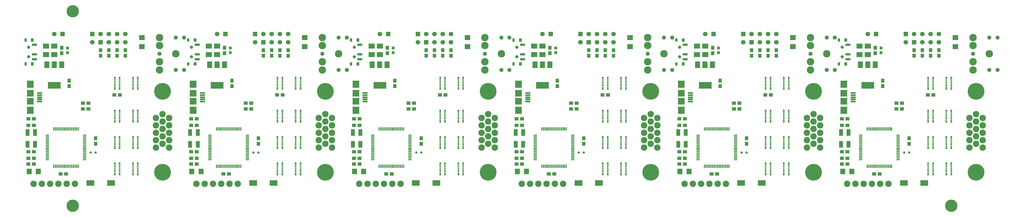
<source format=gts>
G75*
G70*
%OFA0B0*%
%FSLAX25Y25*%
%IPPOS*%
%LPD*%
%AMOC8*
5,1,8,0,0,1.08239X$1,22.5*
%
%ADD10R,0.06300X0.08300*%
%ADD14R,0.06700X0.05910*%
%ADD15C,0.02760*%
%ADD19C,0.05120*%
%ADD22R,0.04730X0.07880*%
%ADD23R,0.07490X0.05910*%
%ADD28R,0.03550X0.04340*%
%ADD34R,0.06310X0.03160*%
%ADD36R,0.02760X0.04340*%
%ADD37R,0.02370X0.01380*%
%ADD38R,0.04340X0.04730*%
%ADD39C,0.09000*%
%ADD42R,0.05550X0.05550*%
%ADD44R,0.07880X0.09060*%
%ADD50C,0.03940*%
%ADD51C,0.05550*%
%ADD53R,0.02370X0.01900*%
%ADD54R,0.04730X0.04340*%
%ADD55R,0.01270X0.04340*%
%ADD65R,0.09460X0.06700*%
%ADD67R,0.03550X0.03550*%
%ADD70C,0.20400*%
%ADD71R,0.05910X0.06700*%
%ADD74R,0.15400X0.08300*%
%ADD76C,0.07800*%
%ADD82R,0.05910X0.01970*%
%ADD85R,0.07880X0.08270*%
%ADD86R,0.04340X0.01270*%
%ADD88C,0.15000*%
X0010000Y0010000D02*
G75*
%LPD*%
D76*
X0022000Y0017000D03*
X0032000Y0017000D03*
X0042000Y0017000D03*
X0052000Y0017000D03*
X0062000Y0017000D03*
X0072000Y0017000D03*
X0170000Y0060940D03*
X0170000Y0069960D03*
X0178000Y0074450D03*
X0186000Y0069960D03*
X0178000Y0065430D03*
X0186000Y0060940D03*
X0186000Y0078980D03*
X0178000Y0083460D03*
X0186000Y0087990D03*
X0178000Y0092480D03*
X0186000Y0097010D03*
X0178000Y0101500D03*
X0170000Y0097010D03*
X0170000Y0087990D03*
X0170000Y0078980D03*
D70*
X0178000Y0030790D03*
X0178000Y0129210D03*
D14*
X0153000Y0183490D03*
X0153000Y0194510D03*
D39*
X0174320Y0194690D03*
X0174320Y0184840D03*
X0194000Y0175000D03*
X0174320Y0165160D03*
X0174320Y0155310D03*
D19*
X0194000Y0155310D03*
X0203850Y0155310D03*
X0174320Y0175000D03*
X0194000Y0194690D03*
X0203850Y0194690D03*
D38*
X0133000Y0179350D03*
X0133000Y0172650D03*
X0123000Y0172650D03*
X0123000Y0179350D03*
X0113000Y0179350D03*
X0113000Y0172650D03*
X0103000Y0172650D03*
X0103000Y0179350D03*
X0056000Y0182350D03*
X0056000Y0175650D03*
X0065000Y0142350D03*
X0065000Y0135650D03*
X0097000Y0072350D03*
X0097000Y0065650D03*
D67*
X0063000Y0176050D03*
X0063000Y0181950D03*
D10*
X0055900Y0161400D03*
X0046900Y0161400D03*
X0037900Y0161400D03*
D74*
X0047000Y0136600D03*
D23*
X0047000Y0173880D03*
X0037000Y0173880D03*
X0037000Y0184120D03*
X0047000Y0184120D03*
D42*
X0057000Y0199000D03*
X0093000Y0199000D03*
X0103000Y0189000D03*
D51*
X0093000Y0189000D03*
X0103000Y0199000D03*
X0113000Y0199000D03*
X0123000Y0199000D03*
X0133000Y0199000D03*
X0133000Y0189000D03*
X0123000Y0189000D03*
X0113000Y0189000D03*
X0047000Y0199000D03*
D86*
X0038370Y0075760D03*
X0038370Y0073800D03*
X0038370Y0071830D03*
X0038370Y0069860D03*
X0038370Y0067890D03*
X0038370Y0065920D03*
X0038370Y0063950D03*
X0038370Y0061980D03*
X0038370Y0060020D03*
X0038370Y0058050D03*
X0038370Y0056080D03*
X0038370Y0054110D03*
X0038370Y0052140D03*
X0038370Y0050170D03*
X0038370Y0048200D03*
X0038370Y0046240D03*
X0083640Y0046240D03*
X0083640Y0048200D03*
X0083640Y0050170D03*
X0083640Y0052140D03*
X0083640Y0054110D03*
X0083640Y0056080D03*
X0083640Y0058050D03*
X0083640Y0060020D03*
X0083640Y0061980D03*
X0083640Y0063950D03*
X0083640Y0065920D03*
X0083640Y0067890D03*
X0083640Y0069860D03*
X0083640Y0071830D03*
X0083640Y0073800D03*
X0083640Y0075760D03*
D55*
X0075770Y0083640D03*
X0073800Y0083640D03*
X0071830Y0083640D03*
X0069860Y0083640D03*
X0067890Y0083640D03*
X0065920Y0083640D03*
X0063960Y0083640D03*
X0061990Y0083640D03*
X0060020Y0083640D03*
X0058050Y0083640D03*
X0056080Y0083640D03*
X0054110Y0083640D03*
X0052150Y0083640D03*
X0050180Y0083640D03*
X0048210Y0083640D03*
X0046240Y0083640D03*
X0046240Y0038360D03*
X0048210Y0038360D03*
X0050180Y0038360D03*
X0052150Y0038360D03*
X0054110Y0038360D03*
X0056080Y0038360D03*
X0058050Y0038360D03*
X0060020Y0038360D03*
X0061990Y0038360D03*
X0063960Y0038360D03*
X0065920Y0038360D03*
X0067890Y0038360D03*
X0069860Y0038360D03*
X0071830Y0038360D03*
X0073800Y0038360D03*
X0075770Y0038360D03*
D54*
X0061350Y0029000D03*
X0054660Y0029000D03*
X0022350Y0041000D03*
X0015660Y0041000D03*
X0015660Y0048000D03*
X0022350Y0048000D03*
X0022350Y0056000D03*
X0015660Y0056000D03*
X0015660Y0088000D03*
X0022350Y0088000D03*
X0022350Y0096000D03*
X0015660Y0096000D03*
X0081660Y0108000D03*
X0088350Y0108000D03*
X0088350Y0115000D03*
X0081660Y0115000D03*
X0119660Y0125000D03*
X0126350Y0125000D03*
D82*
X0029220Y0124560D03*
X0029220Y0127120D03*
X0029220Y0122000D03*
X0029220Y0119440D03*
X0029220Y0116880D03*
D85*
X0018000Y0117080D03*
X0018000Y0126920D03*
D44*
X0018000Y0137750D03*
X0018000Y0106250D03*
D71*
X0016490Y0032000D03*
X0027520Y0032000D03*
D34*
X0022890Y0168140D03*
X0022890Y0174050D03*
X0022890Y0185860D03*
D36*
X0012070Y0191370D03*
X0012070Y0162630D03*
D28*
X0020330Y0162630D03*
X0020330Y0191370D03*
D50*
X0016000Y0182910D03*
X0016000Y0171090D03*
D53*
X0120050Y0145890D03*
X0125960Y0145890D03*
X0125960Y0132110D03*
X0120050Y0132110D03*
X0142050Y0132110D03*
X0147960Y0132110D03*
X0147960Y0145890D03*
X0142050Y0145890D03*
X0142050Y0105890D03*
X0147960Y0105890D03*
X0147960Y0092110D03*
X0142050Y0092110D03*
X0125960Y0092110D03*
X0120050Y0092110D03*
X0120050Y0105890D03*
X0125960Y0105890D03*
X0125960Y0073890D03*
X0120050Y0073890D03*
X0120050Y0060110D03*
X0125960Y0060110D03*
X0142050Y0060110D03*
X0147960Y0060110D03*
X0147960Y0073890D03*
X0142050Y0073890D03*
X0142050Y0041890D03*
X0147960Y0041890D03*
X0147960Y0028110D03*
X0142050Y0028110D03*
X0125960Y0028110D03*
X0120050Y0028110D03*
X0120050Y0041890D03*
X0125960Y0041890D03*
D37*
X0125960Y0039920D03*
X0125960Y0037950D03*
X0125960Y0035980D03*
X0125960Y0034020D03*
X0125960Y0032050D03*
X0125960Y0030080D03*
X0120050Y0030080D03*
X0120050Y0032050D03*
X0120050Y0034020D03*
X0120050Y0035980D03*
X0120050Y0037950D03*
X0120050Y0039920D03*
X0142050Y0039920D03*
X0142050Y0037950D03*
X0142050Y0035980D03*
X0142050Y0034020D03*
X0142050Y0032050D03*
X0142050Y0030080D03*
X0147960Y0030080D03*
X0147960Y0032050D03*
X0147960Y0034020D03*
X0147960Y0035980D03*
X0147960Y0037950D03*
X0147960Y0039920D03*
X0147960Y0062080D03*
X0147960Y0064050D03*
X0147960Y0066020D03*
X0147960Y0067980D03*
X0147960Y0069950D03*
X0147960Y0071920D03*
X0142050Y0071920D03*
X0142050Y0069950D03*
X0142050Y0067980D03*
X0142050Y0066020D03*
X0142050Y0064050D03*
X0142050Y0062080D03*
X0125960Y0062080D03*
X0125960Y0064050D03*
X0125960Y0066020D03*
X0125960Y0067980D03*
X0125960Y0069950D03*
X0125960Y0071920D03*
X0120050Y0071920D03*
X0120050Y0069950D03*
X0120050Y0067980D03*
X0120050Y0066020D03*
X0120050Y0064050D03*
X0120050Y0062080D03*
X0120050Y0094080D03*
X0120050Y0096050D03*
X0120050Y0098020D03*
X0120050Y0099980D03*
X0120050Y0101950D03*
X0120050Y0103920D03*
X0125960Y0103920D03*
X0125960Y0101950D03*
X0125960Y0099980D03*
X0125960Y0098020D03*
X0125960Y0096050D03*
X0125960Y0094080D03*
X0142050Y0094080D03*
X0142050Y0096050D03*
X0142050Y0098020D03*
X0142050Y0099980D03*
X0142050Y0101950D03*
X0142050Y0103920D03*
X0147960Y0103920D03*
X0147960Y0101950D03*
X0147960Y0099980D03*
X0147960Y0098020D03*
X0147960Y0096050D03*
X0147960Y0094080D03*
X0147960Y0134080D03*
X0147960Y0136050D03*
X0147960Y0138020D03*
X0147960Y0139980D03*
X0147960Y0141950D03*
X0147960Y0143920D03*
X0142050Y0143920D03*
X0142050Y0141950D03*
X0142050Y0139980D03*
X0142050Y0138020D03*
X0142050Y0136050D03*
X0142050Y0134080D03*
X0125960Y0134080D03*
X0125960Y0136050D03*
X0125960Y0138020D03*
X0125960Y0139980D03*
X0125960Y0141950D03*
X0125960Y0143920D03*
X0120050Y0143920D03*
X0120050Y0141950D03*
X0120050Y0139980D03*
X0120050Y0138020D03*
X0120050Y0136050D03*
X0120050Y0134080D03*
D22*
X0023530Y0079280D03*
X0014480Y0079280D03*
X0014480Y0064720D03*
X0023530Y0064720D03*
D15*
X0091000Y0055000D03*
X0097000Y0055000D03*
D65*
X0090600Y0018000D03*
X0115410Y0018000D03*
X0206850Y0010000D02*
G75*
%LPD*%
D76*
X0218850Y0017000D03*
X0228850Y0017000D03*
X0238850Y0017000D03*
X0248850Y0017000D03*
X0258850Y0017000D03*
X0268850Y0017000D03*
X0366850Y0060940D03*
X0366850Y0069960D03*
X0374850Y0074450D03*
X0382850Y0069960D03*
X0374850Y0065430D03*
X0382850Y0060940D03*
X0382850Y0078980D03*
X0374850Y0083460D03*
X0382850Y0087990D03*
X0374850Y0092480D03*
X0382850Y0097010D03*
X0374850Y0101500D03*
X0366850Y0097010D03*
X0366850Y0087990D03*
X0366850Y0078980D03*
D70*
X0374850Y0030790D03*
X0374850Y0129210D03*
D14*
X0349850Y0183490D03*
X0349850Y0194510D03*
D39*
X0371170Y0194690D03*
X0371170Y0184840D03*
X0390850Y0175000D03*
X0371170Y0165160D03*
X0371170Y0155310D03*
D19*
X0390850Y0155310D03*
X0400700Y0155310D03*
X0371170Y0175000D03*
X0390850Y0194690D03*
X0400700Y0194690D03*
D38*
X0329850Y0179350D03*
X0329850Y0172650D03*
X0319850Y0172650D03*
X0319850Y0179350D03*
X0309850Y0179350D03*
X0309850Y0172650D03*
X0299850Y0172650D03*
X0299850Y0179350D03*
X0252850Y0182350D03*
X0252850Y0175650D03*
X0261850Y0142350D03*
X0261850Y0135650D03*
X0293850Y0072350D03*
X0293850Y0065650D03*
D67*
X0259850Y0176050D03*
X0259850Y0181950D03*
D10*
X0252750Y0161400D03*
X0243750Y0161400D03*
X0234750Y0161400D03*
D74*
X0243850Y0136600D03*
D23*
X0243850Y0173880D03*
X0233850Y0173880D03*
X0233850Y0184120D03*
X0243850Y0184120D03*
D42*
X0253850Y0199000D03*
X0289850Y0199000D03*
X0299850Y0189000D03*
D51*
X0289850Y0189000D03*
X0299850Y0199000D03*
X0309850Y0199000D03*
X0319850Y0199000D03*
X0329850Y0199000D03*
X0329850Y0189000D03*
X0319850Y0189000D03*
X0309850Y0189000D03*
X0243850Y0199000D03*
D86*
X0235220Y0075760D03*
X0235220Y0073800D03*
X0235220Y0071830D03*
X0235220Y0069860D03*
X0235220Y0067890D03*
X0235220Y0065920D03*
X0235220Y0063950D03*
X0235220Y0061980D03*
X0235220Y0060020D03*
X0235220Y0058050D03*
X0235220Y0056080D03*
X0235220Y0054110D03*
X0235220Y0052140D03*
X0235220Y0050170D03*
X0235220Y0048200D03*
X0235220Y0046240D03*
X0280490Y0046240D03*
X0280490Y0048200D03*
X0280490Y0050170D03*
X0280490Y0052140D03*
X0280490Y0054110D03*
X0280490Y0056080D03*
X0280490Y0058050D03*
X0280490Y0060020D03*
X0280490Y0061980D03*
X0280490Y0063950D03*
X0280490Y0065920D03*
X0280490Y0067890D03*
X0280490Y0069860D03*
X0280490Y0071830D03*
X0280490Y0073800D03*
X0280490Y0075760D03*
D55*
X0272620Y0083640D03*
X0270650Y0083640D03*
X0268680Y0083640D03*
X0266710Y0083640D03*
X0264740Y0083640D03*
X0262770Y0083640D03*
X0260810Y0083640D03*
X0258840Y0083640D03*
X0256870Y0083640D03*
X0254900Y0083640D03*
X0252930Y0083640D03*
X0250960Y0083640D03*
X0249000Y0083640D03*
X0247030Y0083640D03*
X0245060Y0083640D03*
X0243090Y0083640D03*
X0243090Y0038360D03*
X0245060Y0038360D03*
X0247030Y0038360D03*
X0249000Y0038360D03*
X0250960Y0038360D03*
X0252930Y0038360D03*
X0254900Y0038360D03*
X0256870Y0038360D03*
X0258840Y0038360D03*
X0260810Y0038360D03*
X0262770Y0038360D03*
X0264740Y0038360D03*
X0266710Y0038360D03*
X0268680Y0038360D03*
X0270650Y0038360D03*
X0272620Y0038360D03*
D54*
X0258200Y0029000D03*
X0251510Y0029000D03*
X0219200Y0041000D03*
X0212510Y0041000D03*
X0212510Y0048000D03*
X0219200Y0048000D03*
X0219200Y0056000D03*
X0212510Y0056000D03*
X0212510Y0088000D03*
X0219200Y0088000D03*
X0219200Y0096000D03*
X0212510Y0096000D03*
X0278510Y0108000D03*
X0285200Y0108000D03*
X0285200Y0115000D03*
X0278510Y0115000D03*
X0316510Y0125000D03*
X0323200Y0125000D03*
D82*
X0226070Y0124560D03*
X0226070Y0127120D03*
X0226070Y0122000D03*
X0226070Y0119440D03*
X0226070Y0116880D03*
D85*
X0214850Y0117080D03*
X0214850Y0126920D03*
D44*
X0214850Y0137750D03*
X0214850Y0106250D03*
D71*
X0213340Y0032000D03*
X0224370Y0032000D03*
D34*
X0219740Y0168140D03*
X0219740Y0174050D03*
X0219740Y0185860D03*
D36*
X0208920Y0191370D03*
X0208920Y0162630D03*
D28*
X0217180Y0162630D03*
X0217180Y0191370D03*
D50*
X0212850Y0182910D03*
X0212850Y0171090D03*
D53*
X0316900Y0145890D03*
X0322810Y0145890D03*
X0322810Y0132110D03*
X0316900Y0132110D03*
X0338900Y0132110D03*
X0344810Y0132110D03*
X0344810Y0145890D03*
X0338900Y0145890D03*
X0338900Y0105890D03*
X0344810Y0105890D03*
X0344810Y0092110D03*
X0338900Y0092110D03*
X0322810Y0092110D03*
X0316900Y0092110D03*
X0316900Y0105890D03*
X0322810Y0105890D03*
X0322810Y0073890D03*
X0316900Y0073890D03*
X0316900Y0060110D03*
X0322810Y0060110D03*
X0338900Y0060110D03*
X0344810Y0060110D03*
X0344810Y0073890D03*
X0338900Y0073890D03*
X0338900Y0041890D03*
X0344810Y0041890D03*
X0344810Y0028110D03*
X0338900Y0028110D03*
X0322810Y0028110D03*
X0316900Y0028110D03*
X0316900Y0041890D03*
X0322810Y0041890D03*
D37*
X0322810Y0039920D03*
X0322810Y0037950D03*
X0322810Y0035980D03*
X0322810Y0034020D03*
X0322810Y0032050D03*
X0322810Y0030080D03*
X0316900Y0030080D03*
X0316900Y0032050D03*
X0316900Y0034020D03*
X0316900Y0035980D03*
X0316900Y0037950D03*
X0316900Y0039920D03*
X0338900Y0039920D03*
X0338900Y0037950D03*
X0338900Y0035980D03*
X0338900Y0034020D03*
X0338900Y0032050D03*
X0338900Y0030080D03*
X0344810Y0030080D03*
X0344810Y0032050D03*
X0344810Y0034020D03*
X0344810Y0035980D03*
X0344810Y0037950D03*
X0344810Y0039920D03*
X0344810Y0062080D03*
X0344810Y0064050D03*
X0344810Y0066020D03*
X0344810Y0067980D03*
X0344810Y0069950D03*
X0344810Y0071920D03*
X0338900Y0071920D03*
X0338900Y0069950D03*
X0338900Y0067980D03*
X0338900Y0066020D03*
X0338900Y0064050D03*
X0338900Y0062080D03*
X0322810Y0062080D03*
X0322810Y0064050D03*
X0322810Y0066020D03*
X0322810Y0067980D03*
X0322810Y0069950D03*
X0322810Y0071920D03*
X0316900Y0071920D03*
X0316900Y0069950D03*
X0316900Y0067980D03*
X0316900Y0066020D03*
X0316900Y0064050D03*
X0316900Y0062080D03*
X0316900Y0094080D03*
X0316900Y0096050D03*
X0316900Y0098020D03*
X0316900Y0099980D03*
X0316900Y0101950D03*
X0316900Y0103920D03*
X0322810Y0103920D03*
X0322810Y0101950D03*
X0322810Y0099980D03*
X0322810Y0098020D03*
X0322810Y0096050D03*
X0322810Y0094080D03*
X0338900Y0094080D03*
X0338900Y0096050D03*
X0338900Y0098020D03*
X0338900Y0099980D03*
X0338900Y0101950D03*
X0338900Y0103920D03*
X0344810Y0103920D03*
X0344810Y0101950D03*
X0344810Y0099980D03*
X0344810Y0098020D03*
X0344810Y0096050D03*
X0344810Y0094080D03*
X0344810Y0134080D03*
X0344810Y0136050D03*
X0344810Y0138020D03*
X0344810Y0139980D03*
X0344810Y0141950D03*
X0344810Y0143920D03*
X0338900Y0143920D03*
X0338900Y0141950D03*
X0338900Y0139980D03*
X0338900Y0138020D03*
X0338900Y0136050D03*
X0338900Y0134080D03*
X0322810Y0134080D03*
X0322810Y0136050D03*
X0322810Y0138020D03*
X0322810Y0139980D03*
X0322810Y0141950D03*
X0322810Y0143920D03*
X0316900Y0143920D03*
X0316900Y0141950D03*
X0316900Y0139980D03*
X0316900Y0138020D03*
X0316900Y0136050D03*
X0316900Y0134080D03*
D22*
X0220380Y0079280D03*
X0211330Y0079280D03*
X0211330Y0064720D03*
X0220380Y0064720D03*
D15*
X0287850Y0055000D03*
X0293850Y0055000D03*
D65*
X0287450Y0018000D03*
X0312260Y0018000D03*
X0403700Y0010000D02*
G75*
%LPD*%
D76*
X0415700Y0017000D03*
X0425700Y0017000D03*
X0435700Y0017000D03*
X0445700Y0017000D03*
X0455700Y0017000D03*
X0465700Y0017000D03*
X0563700Y0060940D03*
X0563700Y0069960D03*
X0571700Y0074450D03*
X0579700Y0069960D03*
X0571700Y0065430D03*
X0579700Y0060940D03*
X0579700Y0078980D03*
X0571700Y0083460D03*
X0579700Y0087990D03*
X0571700Y0092480D03*
X0579700Y0097010D03*
X0571700Y0101500D03*
X0563700Y0097010D03*
X0563700Y0087990D03*
X0563700Y0078980D03*
D70*
X0571700Y0030790D03*
X0571700Y0129210D03*
D14*
X0546700Y0183490D03*
X0546700Y0194510D03*
D39*
X0568020Y0194690D03*
X0568020Y0184840D03*
X0587700Y0175000D03*
X0568020Y0165160D03*
X0568020Y0155310D03*
D19*
X0587700Y0155310D03*
X0597550Y0155310D03*
X0568020Y0175000D03*
X0587700Y0194690D03*
X0597550Y0194690D03*
D38*
X0526700Y0179350D03*
X0526700Y0172650D03*
X0516700Y0172650D03*
X0516700Y0179350D03*
X0506700Y0179350D03*
X0506700Y0172650D03*
X0496700Y0172650D03*
X0496700Y0179350D03*
X0449700Y0182350D03*
X0449700Y0175650D03*
X0458700Y0142350D03*
X0458700Y0135650D03*
X0490700Y0072350D03*
X0490700Y0065650D03*
D67*
X0456700Y0176050D03*
X0456700Y0181950D03*
D10*
X0449600Y0161400D03*
X0440600Y0161400D03*
X0431600Y0161400D03*
D74*
X0440700Y0136600D03*
D23*
X0440700Y0173880D03*
X0430700Y0173880D03*
X0430700Y0184120D03*
X0440700Y0184120D03*
D42*
X0450700Y0199000D03*
X0486700Y0199000D03*
X0496700Y0189000D03*
D51*
X0486700Y0189000D03*
X0496700Y0199000D03*
X0506700Y0199000D03*
X0516700Y0199000D03*
X0526700Y0199000D03*
X0526700Y0189000D03*
X0516700Y0189000D03*
X0506700Y0189000D03*
X0440700Y0199000D03*
D86*
X0432070Y0075760D03*
X0432070Y0073800D03*
X0432070Y0071830D03*
X0432070Y0069860D03*
X0432070Y0067890D03*
X0432070Y0065920D03*
X0432070Y0063950D03*
X0432070Y0061980D03*
X0432070Y0060020D03*
X0432070Y0058050D03*
X0432070Y0056080D03*
X0432070Y0054110D03*
X0432070Y0052140D03*
X0432070Y0050170D03*
X0432070Y0048200D03*
X0432070Y0046240D03*
X0477340Y0046240D03*
X0477340Y0048200D03*
X0477340Y0050170D03*
X0477340Y0052140D03*
X0477340Y0054110D03*
X0477340Y0056080D03*
X0477340Y0058050D03*
X0477340Y0060020D03*
X0477340Y0061980D03*
X0477340Y0063950D03*
X0477340Y0065920D03*
X0477340Y0067890D03*
X0477340Y0069860D03*
X0477340Y0071830D03*
X0477340Y0073800D03*
X0477340Y0075760D03*
D55*
X0469470Y0083640D03*
X0467500Y0083640D03*
X0465530Y0083640D03*
X0463560Y0083640D03*
X0461590Y0083640D03*
X0459620Y0083640D03*
X0457660Y0083640D03*
X0455690Y0083640D03*
X0453720Y0083640D03*
X0451750Y0083640D03*
X0449780Y0083640D03*
X0447810Y0083640D03*
X0445850Y0083640D03*
X0443880Y0083640D03*
X0441910Y0083640D03*
X0439940Y0083640D03*
X0439940Y0038360D03*
X0441910Y0038360D03*
X0443880Y0038360D03*
X0445850Y0038360D03*
X0447810Y0038360D03*
X0449780Y0038360D03*
X0451750Y0038360D03*
X0453720Y0038360D03*
X0455690Y0038360D03*
X0457660Y0038360D03*
X0459620Y0038360D03*
X0461590Y0038360D03*
X0463560Y0038360D03*
X0465530Y0038360D03*
X0467500Y0038360D03*
X0469470Y0038360D03*
D54*
X0455050Y0029000D03*
X0448360Y0029000D03*
X0416050Y0041000D03*
X0409360Y0041000D03*
X0409360Y0048000D03*
X0416050Y0048000D03*
X0416050Y0056000D03*
X0409360Y0056000D03*
X0409360Y0088000D03*
X0416050Y0088000D03*
X0416050Y0096000D03*
X0409360Y0096000D03*
X0475360Y0108000D03*
X0482050Y0108000D03*
X0482050Y0115000D03*
X0475360Y0115000D03*
X0513360Y0125000D03*
X0520050Y0125000D03*
D82*
X0422920Y0124560D03*
X0422920Y0127120D03*
X0422920Y0122000D03*
X0422920Y0119440D03*
X0422920Y0116880D03*
D85*
X0411700Y0117080D03*
X0411700Y0126920D03*
D44*
X0411700Y0137750D03*
X0411700Y0106250D03*
D71*
X0410190Y0032000D03*
X0421220Y0032000D03*
D34*
X0416590Y0168140D03*
X0416590Y0174050D03*
X0416590Y0185860D03*
D36*
X0405770Y0191370D03*
X0405770Y0162630D03*
D28*
X0414030Y0162630D03*
X0414030Y0191370D03*
D50*
X0409700Y0182910D03*
X0409700Y0171090D03*
D53*
X0513750Y0145890D03*
X0519660Y0145890D03*
X0519660Y0132110D03*
X0513750Y0132110D03*
X0535750Y0132110D03*
X0541660Y0132110D03*
X0541660Y0145890D03*
X0535750Y0145890D03*
X0535750Y0105890D03*
X0541660Y0105890D03*
X0541660Y0092110D03*
X0535750Y0092110D03*
X0519660Y0092110D03*
X0513750Y0092110D03*
X0513750Y0105890D03*
X0519660Y0105890D03*
X0519660Y0073890D03*
X0513750Y0073890D03*
X0513750Y0060110D03*
X0519660Y0060110D03*
X0535750Y0060110D03*
X0541660Y0060110D03*
X0541660Y0073890D03*
X0535750Y0073890D03*
X0535750Y0041890D03*
X0541660Y0041890D03*
X0541660Y0028110D03*
X0535750Y0028110D03*
X0519660Y0028110D03*
X0513750Y0028110D03*
X0513750Y0041890D03*
X0519660Y0041890D03*
D37*
X0519660Y0039920D03*
X0519660Y0037950D03*
X0519660Y0035980D03*
X0519660Y0034020D03*
X0519660Y0032050D03*
X0519660Y0030080D03*
X0513750Y0030080D03*
X0513750Y0032050D03*
X0513750Y0034020D03*
X0513750Y0035980D03*
X0513750Y0037950D03*
X0513750Y0039920D03*
X0535750Y0039920D03*
X0535750Y0037950D03*
X0535750Y0035980D03*
X0535750Y0034020D03*
X0535750Y0032050D03*
X0535750Y0030080D03*
X0541660Y0030080D03*
X0541660Y0032050D03*
X0541660Y0034020D03*
X0541660Y0035980D03*
X0541660Y0037950D03*
X0541660Y0039920D03*
X0541660Y0062080D03*
X0541660Y0064050D03*
X0541660Y0066020D03*
X0541660Y0067980D03*
X0541660Y0069950D03*
X0541660Y0071920D03*
X0535750Y0071920D03*
X0535750Y0069950D03*
X0535750Y0067980D03*
X0535750Y0066020D03*
X0535750Y0064050D03*
X0535750Y0062080D03*
X0519660Y0062080D03*
X0519660Y0064050D03*
X0519660Y0066020D03*
X0519660Y0067980D03*
X0519660Y0069950D03*
X0519660Y0071920D03*
X0513750Y0071920D03*
X0513750Y0069950D03*
X0513750Y0067980D03*
X0513750Y0066020D03*
X0513750Y0064050D03*
X0513750Y0062080D03*
X0513750Y0094080D03*
X0513750Y0096050D03*
X0513750Y0098020D03*
X0513750Y0099980D03*
X0513750Y0101950D03*
X0513750Y0103920D03*
X0519660Y0103920D03*
X0519660Y0101950D03*
X0519660Y0099980D03*
X0519660Y0098020D03*
X0519660Y0096050D03*
X0519660Y0094080D03*
X0535750Y0094080D03*
X0535750Y0096050D03*
X0535750Y0098020D03*
X0535750Y0099980D03*
X0535750Y0101950D03*
X0535750Y0103920D03*
X0541660Y0103920D03*
X0541660Y0101950D03*
X0541660Y0099980D03*
X0541660Y0098020D03*
X0541660Y0096050D03*
X0541660Y0094080D03*
X0541660Y0134080D03*
X0541660Y0136050D03*
X0541660Y0138020D03*
X0541660Y0139980D03*
X0541660Y0141950D03*
X0541660Y0143920D03*
X0535750Y0143920D03*
X0535750Y0141950D03*
X0535750Y0139980D03*
X0535750Y0138020D03*
X0535750Y0136050D03*
X0535750Y0134080D03*
X0519660Y0134080D03*
X0519660Y0136050D03*
X0519660Y0138020D03*
X0519660Y0139980D03*
X0519660Y0141950D03*
X0519660Y0143920D03*
X0513750Y0143920D03*
X0513750Y0141950D03*
X0513750Y0139980D03*
X0513750Y0138020D03*
X0513750Y0136050D03*
X0513750Y0134080D03*
D22*
X0417230Y0079280D03*
X0408180Y0079280D03*
X0408180Y0064720D03*
X0417230Y0064720D03*
D15*
X0484700Y0055000D03*
X0490700Y0055000D03*
D65*
X0484300Y0018000D03*
X0509110Y0018000D03*
X0600550Y0010000D02*
G75*
%LPD*%
D76*
X0612550Y0017000D03*
X0622550Y0017000D03*
X0632550Y0017000D03*
X0642550Y0017000D03*
X0652550Y0017000D03*
X0662550Y0017000D03*
X0760550Y0060940D03*
X0760550Y0069960D03*
X0768550Y0074450D03*
X0776550Y0069960D03*
X0768550Y0065430D03*
X0776550Y0060940D03*
X0776550Y0078980D03*
X0768550Y0083460D03*
X0776550Y0087990D03*
X0768550Y0092480D03*
X0776550Y0097010D03*
X0768550Y0101500D03*
X0760550Y0097010D03*
X0760550Y0087990D03*
X0760550Y0078980D03*
D70*
X0768550Y0030790D03*
X0768550Y0129210D03*
D14*
X0743550Y0183490D03*
X0743550Y0194510D03*
D39*
X0764870Y0194690D03*
X0764870Y0184840D03*
X0784550Y0175000D03*
X0764870Y0165160D03*
X0764870Y0155310D03*
D19*
X0784550Y0155310D03*
X0794400Y0155310D03*
X0764870Y0175000D03*
X0784550Y0194690D03*
X0794400Y0194690D03*
D38*
X0723550Y0179350D03*
X0723550Y0172650D03*
X0713550Y0172650D03*
X0713550Y0179350D03*
X0703550Y0179350D03*
X0703550Y0172650D03*
X0693550Y0172650D03*
X0693550Y0179350D03*
X0646550Y0182350D03*
X0646550Y0175650D03*
X0655550Y0142350D03*
X0655550Y0135650D03*
X0687550Y0072350D03*
X0687550Y0065650D03*
D67*
X0653550Y0176050D03*
X0653550Y0181950D03*
D10*
X0646450Y0161400D03*
X0637450Y0161400D03*
X0628450Y0161400D03*
D74*
X0637550Y0136600D03*
D23*
X0637550Y0173880D03*
X0627550Y0173880D03*
X0627550Y0184120D03*
X0637550Y0184120D03*
D42*
X0647550Y0199000D03*
X0683550Y0199000D03*
X0693550Y0189000D03*
D51*
X0683550Y0189000D03*
X0693550Y0199000D03*
X0703550Y0199000D03*
X0713550Y0199000D03*
X0723550Y0199000D03*
X0723550Y0189000D03*
X0713550Y0189000D03*
X0703550Y0189000D03*
X0637550Y0199000D03*
D86*
X0628920Y0075760D03*
X0628920Y0073800D03*
X0628920Y0071830D03*
X0628920Y0069860D03*
X0628920Y0067890D03*
X0628920Y0065920D03*
X0628920Y0063950D03*
X0628920Y0061980D03*
X0628920Y0060020D03*
X0628920Y0058050D03*
X0628920Y0056080D03*
X0628920Y0054110D03*
X0628920Y0052140D03*
X0628920Y0050170D03*
X0628920Y0048200D03*
X0628920Y0046240D03*
X0674190Y0046240D03*
X0674190Y0048200D03*
X0674190Y0050170D03*
X0674190Y0052140D03*
X0674190Y0054110D03*
X0674190Y0056080D03*
X0674190Y0058050D03*
X0674190Y0060020D03*
X0674190Y0061980D03*
X0674190Y0063950D03*
X0674190Y0065920D03*
X0674190Y0067890D03*
X0674190Y0069860D03*
X0674190Y0071830D03*
X0674190Y0073800D03*
X0674190Y0075760D03*
D55*
X0666320Y0083640D03*
X0664350Y0083640D03*
X0662380Y0083640D03*
X0660410Y0083640D03*
X0658440Y0083640D03*
X0656470Y0083640D03*
X0654510Y0083640D03*
X0652540Y0083640D03*
X0650570Y0083640D03*
X0648600Y0083640D03*
X0646630Y0083640D03*
X0644660Y0083640D03*
X0642700Y0083640D03*
X0640730Y0083640D03*
X0638760Y0083640D03*
X0636790Y0083640D03*
X0636790Y0038360D03*
X0638760Y0038360D03*
X0640730Y0038360D03*
X0642700Y0038360D03*
X0644660Y0038360D03*
X0646630Y0038360D03*
X0648600Y0038360D03*
X0650570Y0038360D03*
X0652540Y0038360D03*
X0654510Y0038360D03*
X0656470Y0038360D03*
X0658440Y0038360D03*
X0660410Y0038360D03*
X0662380Y0038360D03*
X0664350Y0038360D03*
X0666320Y0038360D03*
D54*
X0651900Y0029000D03*
X0645210Y0029000D03*
X0612900Y0041000D03*
X0606210Y0041000D03*
X0606210Y0048000D03*
X0612900Y0048000D03*
X0612900Y0056000D03*
X0606210Y0056000D03*
X0606210Y0088000D03*
X0612900Y0088000D03*
X0612900Y0096000D03*
X0606210Y0096000D03*
X0672210Y0108000D03*
X0678900Y0108000D03*
X0678900Y0115000D03*
X0672210Y0115000D03*
X0710210Y0125000D03*
X0716900Y0125000D03*
D82*
X0619770Y0124560D03*
X0619770Y0127120D03*
X0619770Y0122000D03*
X0619770Y0119440D03*
X0619770Y0116880D03*
D85*
X0608550Y0117080D03*
X0608550Y0126920D03*
D44*
X0608550Y0137750D03*
X0608550Y0106250D03*
D71*
X0607040Y0032000D03*
X0618070Y0032000D03*
D34*
X0613440Y0168140D03*
X0613440Y0174050D03*
X0613440Y0185860D03*
D36*
X0602620Y0191370D03*
X0602620Y0162630D03*
D28*
X0610880Y0162630D03*
X0610880Y0191370D03*
D50*
X0606550Y0182910D03*
X0606550Y0171090D03*
D53*
X0710600Y0145890D03*
X0716510Y0145890D03*
X0716510Y0132110D03*
X0710600Y0132110D03*
X0732600Y0132110D03*
X0738510Y0132110D03*
X0738510Y0145890D03*
X0732600Y0145890D03*
X0732600Y0105890D03*
X0738510Y0105890D03*
X0738510Y0092110D03*
X0732600Y0092110D03*
X0716510Y0092110D03*
X0710600Y0092110D03*
X0710600Y0105890D03*
X0716510Y0105890D03*
X0716510Y0073890D03*
X0710600Y0073890D03*
X0710600Y0060110D03*
X0716510Y0060110D03*
X0732600Y0060110D03*
X0738510Y0060110D03*
X0738510Y0073890D03*
X0732600Y0073890D03*
X0732600Y0041890D03*
X0738510Y0041890D03*
X0738510Y0028110D03*
X0732600Y0028110D03*
X0716510Y0028110D03*
X0710600Y0028110D03*
X0710600Y0041890D03*
X0716510Y0041890D03*
D37*
X0716510Y0039920D03*
X0716510Y0037950D03*
X0716510Y0035980D03*
X0716510Y0034020D03*
X0716510Y0032050D03*
X0716510Y0030080D03*
X0710600Y0030080D03*
X0710600Y0032050D03*
X0710600Y0034020D03*
X0710600Y0035980D03*
X0710600Y0037950D03*
X0710600Y0039920D03*
X0732600Y0039920D03*
X0732600Y0037950D03*
X0732600Y0035980D03*
X0732600Y0034020D03*
X0732600Y0032050D03*
X0732600Y0030080D03*
X0738510Y0030080D03*
X0738510Y0032050D03*
X0738510Y0034020D03*
X0738510Y0035980D03*
X0738510Y0037950D03*
X0738510Y0039920D03*
X0738510Y0062080D03*
X0738510Y0064050D03*
X0738510Y0066020D03*
X0738510Y0067980D03*
X0738510Y0069950D03*
X0738510Y0071920D03*
X0732600Y0071920D03*
X0732600Y0069950D03*
X0732600Y0067980D03*
X0732600Y0066020D03*
X0732600Y0064050D03*
X0732600Y0062080D03*
X0716510Y0062080D03*
X0716510Y0064050D03*
X0716510Y0066020D03*
X0716510Y0067980D03*
X0716510Y0069950D03*
X0716510Y0071920D03*
X0710600Y0071920D03*
X0710600Y0069950D03*
X0710600Y0067980D03*
X0710600Y0066020D03*
X0710600Y0064050D03*
X0710600Y0062080D03*
X0710600Y0094080D03*
X0710600Y0096050D03*
X0710600Y0098020D03*
X0710600Y0099980D03*
X0710600Y0101950D03*
X0710600Y0103920D03*
X0716510Y0103920D03*
X0716510Y0101950D03*
X0716510Y0099980D03*
X0716510Y0098020D03*
X0716510Y0096050D03*
X0716510Y0094080D03*
X0732600Y0094080D03*
X0732600Y0096050D03*
X0732600Y0098020D03*
X0732600Y0099980D03*
X0732600Y0101950D03*
X0732600Y0103920D03*
X0738510Y0103920D03*
X0738510Y0101950D03*
X0738510Y0099980D03*
X0738510Y0098020D03*
X0738510Y0096050D03*
X0738510Y0094080D03*
X0738510Y0134080D03*
X0738510Y0136050D03*
X0738510Y0138020D03*
X0738510Y0139980D03*
X0738510Y0141950D03*
X0738510Y0143920D03*
X0732600Y0143920D03*
X0732600Y0141950D03*
X0732600Y0139980D03*
X0732600Y0138020D03*
X0732600Y0136050D03*
X0732600Y0134080D03*
X0716510Y0134080D03*
X0716510Y0136050D03*
X0716510Y0138020D03*
X0716510Y0139980D03*
X0716510Y0141950D03*
X0716510Y0143920D03*
X0710600Y0143920D03*
X0710600Y0141950D03*
X0710600Y0139980D03*
X0710600Y0138020D03*
X0710600Y0136050D03*
X0710600Y0134080D03*
D22*
X0614080Y0079280D03*
X0605030Y0079280D03*
X0605030Y0064720D03*
X0614080Y0064720D03*
D15*
X0681550Y0055000D03*
X0687550Y0055000D03*
D65*
X0681150Y0018000D03*
X0705960Y0018000D03*
X0797400Y0010000D02*
G75*
%LPD*%
D76*
X0809400Y0017000D03*
X0819400Y0017000D03*
X0829400Y0017000D03*
X0839400Y0017000D03*
X0849400Y0017000D03*
X0859400Y0017000D03*
X0957400Y0060940D03*
X0957400Y0069960D03*
X0965400Y0074450D03*
X0973400Y0069960D03*
X0965400Y0065430D03*
X0973400Y0060940D03*
X0973400Y0078980D03*
X0965400Y0083460D03*
X0973400Y0087990D03*
X0965400Y0092480D03*
X0973400Y0097010D03*
X0965400Y0101500D03*
X0957400Y0097010D03*
X0957400Y0087990D03*
X0957400Y0078980D03*
D70*
X0965400Y0030790D03*
X0965400Y0129210D03*
D14*
X0940400Y0183490D03*
X0940400Y0194510D03*
D39*
X0961720Y0194690D03*
X0961720Y0184840D03*
X0981400Y0175000D03*
X0961720Y0165160D03*
X0961720Y0155310D03*
D19*
X0981400Y0155310D03*
X0991250Y0155310D03*
X0961720Y0175000D03*
X0981400Y0194690D03*
X0991250Y0194690D03*
D38*
X0920400Y0179350D03*
X0920400Y0172650D03*
X0910400Y0172650D03*
X0910400Y0179350D03*
X0900400Y0179350D03*
X0900400Y0172650D03*
X0890400Y0172650D03*
X0890400Y0179350D03*
X0843400Y0182350D03*
X0843400Y0175650D03*
X0852400Y0142350D03*
X0852400Y0135650D03*
X0884400Y0072350D03*
X0884400Y0065650D03*
D67*
X0850400Y0176050D03*
X0850400Y0181950D03*
D10*
X0843300Y0161400D03*
X0834300Y0161400D03*
X0825300Y0161400D03*
D74*
X0834400Y0136600D03*
D23*
X0834400Y0173880D03*
X0824400Y0173880D03*
X0824400Y0184120D03*
X0834400Y0184120D03*
D42*
X0844400Y0199000D03*
X0880400Y0199000D03*
X0890400Y0189000D03*
D51*
X0880400Y0189000D03*
X0890400Y0199000D03*
X0900400Y0199000D03*
X0910400Y0199000D03*
X0920400Y0199000D03*
X0920400Y0189000D03*
X0910400Y0189000D03*
X0900400Y0189000D03*
X0834400Y0199000D03*
D86*
X0825770Y0075760D03*
X0825770Y0073800D03*
X0825770Y0071830D03*
X0825770Y0069860D03*
X0825770Y0067890D03*
X0825770Y0065920D03*
X0825770Y0063950D03*
X0825770Y0061980D03*
X0825770Y0060020D03*
X0825770Y0058050D03*
X0825770Y0056080D03*
X0825770Y0054110D03*
X0825770Y0052140D03*
X0825770Y0050170D03*
X0825770Y0048200D03*
X0825770Y0046240D03*
X0871040Y0046240D03*
X0871040Y0048200D03*
X0871040Y0050170D03*
X0871040Y0052140D03*
X0871040Y0054110D03*
X0871040Y0056080D03*
X0871040Y0058050D03*
X0871040Y0060020D03*
X0871040Y0061980D03*
X0871040Y0063950D03*
X0871040Y0065920D03*
X0871040Y0067890D03*
X0871040Y0069860D03*
X0871040Y0071830D03*
X0871040Y0073800D03*
X0871040Y0075760D03*
D55*
X0863170Y0083640D03*
X0861200Y0083640D03*
X0859230Y0083640D03*
X0857260Y0083640D03*
X0855290Y0083640D03*
X0853320Y0083640D03*
X0851360Y0083640D03*
X0849390Y0083640D03*
X0847420Y0083640D03*
X0845450Y0083640D03*
X0843480Y0083640D03*
X0841510Y0083640D03*
X0839550Y0083640D03*
X0837580Y0083640D03*
X0835610Y0083640D03*
X0833640Y0083640D03*
X0833640Y0038360D03*
X0835610Y0038360D03*
X0837580Y0038360D03*
X0839550Y0038360D03*
X0841510Y0038360D03*
X0843480Y0038360D03*
X0845450Y0038360D03*
X0847420Y0038360D03*
X0849390Y0038360D03*
X0851360Y0038360D03*
X0853320Y0038360D03*
X0855290Y0038360D03*
X0857260Y0038360D03*
X0859230Y0038360D03*
X0861200Y0038360D03*
X0863170Y0038360D03*
D54*
X0848750Y0029000D03*
X0842060Y0029000D03*
X0809750Y0041000D03*
X0803060Y0041000D03*
X0803060Y0048000D03*
X0809750Y0048000D03*
X0809750Y0056000D03*
X0803060Y0056000D03*
X0803060Y0088000D03*
X0809750Y0088000D03*
X0809750Y0096000D03*
X0803060Y0096000D03*
X0869060Y0108000D03*
X0875750Y0108000D03*
X0875750Y0115000D03*
X0869060Y0115000D03*
X0907060Y0125000D03*
X0913750Y0125000D03*
D82*
X0816620Y0124560D03*
X0816620Y0127120D03*
X0816620Y0122000D03*
X0816620Y0119440D03*
X0816620Y0116880D03*
D85*
X0805400Y0117080D03*
X0805400Y0126920D03*
D44*
X0805400Y0137750D03*
X0805400Y0106250D03*
D71*
X0803890Y0032000D03*
X0814920Y0032000D03*
D34*
X0810290Y0168140D03*
X0810290Y0174050D03*
X0810290Y0185860D03*
D36*
X0799470Y0191370D03*
X0799470Y0162630D03*
D28*
X0807730Y0162630D03*
X0807730Y0191370D03*
D50*
X0803400Y0182910D03*
X0803400Y0171090D03*
D53*
X0907450Y0145890D03*
X0913360Y0145890D03*
X0913360Y0132110D03*
X0907450Y0132110D03*
X0929450Y0132110D03*
X0935360Y0132110D03*
X0935360Y0145890D03*
X0929450Y0145890D03*
X0929450Y0105890D03*
X0935360Y0105890D03*
X0935360Y0092110D03*
X0929450Y0092110D03*
X0913360Y0092110D03*
X0907450Y0092110D03*
X0907450Y0105890D03*
X0913360Y0105890D03*
X0913360Y0073890D03*
X0907450Y0073890D03*
X0907450Y0060110D03*
X0913360Y0060110D03*
X0929450Y0060110D03*
X0935360Y0060110D03*
X0935360Y0073890D03*
X0929450Y0073890D03*
X0929450Y0041890D03*
X0935360Y0041890D03*
X0935360Y0028110D03*
X0929450Y0028110D03*
X0913360Y0028110D03*
X0907450Y0028110D03*
X0907450Y0041890D03*
X0913360Y0041890D03*
D37*
X0913360Y0039920D03*
X0913360Y0037950D03*
X0913360Y0035980D03*
X0913360Y0034020D03*
X0913360Y0032050D03*
X0913360Y0030080D03*
X0907450Y0030080D03*
X0907450Y0032050D03*
X0907450Y0034020D03*
X0907450Y0035980D03*
X0907450Y0037950D03*
X0907450Y0039920D03*
X0929450Y0039920D03*
X0929450Y0037950D03*
X0929450Y0035980D03*
X0929450Y0034020D03*
X0929450Y0032050D03*
X0929450Y0030080D03*
X0935360Y0030080D03*
X0935360Y0032050D03*
X0935360Y0034020D03*
X0935360Y0035980D03*
X0935360Y0037950D03*
X0935360Y0039920D03*
X0935360Y0062080D03*
X0935360Y0064050D03*
X0935360Y0066020D03*
X0935360Y0067980D03*
X0935360Y0069950D03*
X0935360Y0071920D03*
X0929450Y0071920D03*
X0929450Y0069950D03*
X0929450Y0067980D03*
X0929450Y0066020D03*
X0929450Y0064050D03*
X0929450Y0062080D03*
X0913360Y0062080D03*
X0913360Y0064050D03*
X0913360Y0066020D03*
X0913360Y0067980D03*
X0913360Y0069950D03*
X0913360Y0071920D03*
X0907450Y0071920D03*
X0907450Y0069950D03*
X0907450Y0067980D03*
X0907450Y0066020D03*
X0907450Y0064050D03*
X0907450Y0062080D03*
X0907450Y0094080D03*
X0907450Y0096050D03*
X0907450Y0098020D03*
X0907450Y0099980D03*
X0907450Y0101950D03*
X0907450Y0103920D03*
X0913360Y0103920D03*
X0913360Y0101950D03*
X0913360Y0099980D03*
X0913360Y0098020D03*
X0913360Y0096050D03*
X0913360Y0094080D03*
X0929450Y0094080D03*
X0929450Y0096050D03*
X0929450Y0098020D03*
X0929450Y0099980D03*
X0929450Y0101950D03*
X0929450Y0103920D03*
X0935360Y0103920D03*
X0935360Y0101950D03*
X0935360Y0099980D03*
X0935360Y0098020D03*
X0935360Y0096050D03*
X0935360Y0094080D03*
X0935360Y0134080D03*
X0935360Y0136050D03*
X0935360Y0138020D03*
X0935360Y0139980D03*
X0935360Y0141950D03*
X0935360Y0143920D03*
X0929450Y0143920D03*
X0929450Y0141950D03*
X0929450Y0139980D03*
X0929450Y0138020D03*
X0929450Y0136050D03*
X0929450Y0134080D03*
X0913360Y0134080D03*
X0913360Y0136050D03*
X0913360Y0138020D03*
X0913360Y0139980D03*
X0913360Y0141950D03*
X0913360Y0143920D03*
X0907450Y0143920D03*
X0907450Y0141950D03*
X0907450Y0139980D03*
X0907450Y0138020D03*
X0907450Y0136050D03*
X0907450Y0134080D03*
D22*
X0810930Y0079280D03*
X0801880Y0079280D03*
X0801880Y0064720D03*
X0810930Y0064720D03*
D15*
X0878400Y0055000D03*
X0884400Y0055000D03*
D65*
X0878000Y0018000D03*
X0902810Y0018000D03*
X0994250Y0010000D02*
G75*
%LPD*%
D76*
X1006250Y0017000D03*
X1016250Y0017000D03*
X1026250Y0017000D03*
X1036250Y0017000D03*
X1046250Y0017000D03*
X1056250Y0017000D03*
X1154250Y0060940D03*
X1154250Y0069960D03*
X1162250Y0074450D03*
X1170250Y0069960D03*
X1162250Y0065430D03*
X1170250Y0060940D03*
X1170250Y0078980D03*
X1162250Y0083460D03*
X1170250Y0087990D03*
X1162250Y0092480D03*
X1170250Y0097010D03*
X1162250Y0101500D03*
X1154250Y0097010D03*
X1154250Y0087990D03*
X1154250Y0078980D03*
D70*
X1162250Y0030790D03*
X1162250Y0129210D03*
D14*
X1137250Y0183490D03*
X1137250Y0194510D03*
D39*
X1158570Y0194690D03*
X1158570Y0184840D03*
X1178250Y0175000D03*
X1158570Y0165160D03*
X1158570Y0155310D03*
D19*
X1178250Y0155310D03*
X1188100Y0155310D03*
X1158570Y0175000D03*
X1178250Y0194690D03*
X1188100Y0194690D03*
D38*
X1117250Y0179350D03*
X1117250Y0172650D03*
X1107250Y0172650D03*
X1107250Y0179350D03*
X1097250Y0179350D03*
X1097250Y0172650D03*
X1087250Y0172650D03*
X1087250Y0179350D03*
X1040250Y0182350D03*
X1040250Y0175650D03*
X1049250Y0142350D03*
X1049250Y0135650D03*
X1081250Y0072350D03*
X1081250Y0065650D03*
D67*
X1047250Y0176050D03*
X1047250Y0181950D03*
D10*
X1040150Y0161400D03*
X1031150Y0161400D03*
X1022150Y0161400D03*
D74*
X1031250Y0136600D03*
D23*
X1031250Y0173880D03*
X1021250Y0173880D03*
X1021250Y0184120D03*
X1031250Y0184120D03*
D42*
X1041250Y0199000D03*
X1077250Y0199000D03*
X1087250Y0189000D03*
D51*
X1077250Y0189000D03*
X1087250Y0199000D03*
X1097250Y0199000D03*
X1107250Y0199000D03*
X1117250Y0199000D03*
X1117250Y0189000D03*
X1107250Y0189000D03*
X1097250Y0189000D03*
X1031250Y0199000D03*
D86*
X1022620Y0075760D03*
X1022620Y0073800D03*
X1022620Y0071830D03*
X1022620Y0069860D03*
X1022620Y0067890D03*
X1022620Y0065920D03*
X1022620Y0063950D03*
X1022620Y0061980D03*
X1022620Y0060020D03*
X1022620Y0058050D03*
X1022620Y0056080D03*
X1022620Y0054110D03*
X1022620Y0052140D03*
X1022620Y0050170D03*
X1022620Y0048200D03*
X1022620Y0046240D03*
X1067890Y0046240D03*
X1067890Y0048200D03*
X1067890Y0050170D03*
X1067890Y0052140D03*
X1067890Y0054110D03*
X1067890Y0056080D03*
X1067890Y0058050D03*
X1067890Y0060020D03*
X1067890Y0061980D03*
X1067890Y0063950D03*
X1067890Y0065920D03*
X1067890Y0067890D03*
X1067890Y0069860D03*
X1067890Y0071830D03*
X1067890Y0073800D03*
X1067890Y0075760D03*
D55*
X1060020Y0083640D03*
X1058050Y0083640D03*
X1056080Y0083640D03*
X1054110Y0083640D03*
X1052140Y0083640D03*
X1050170Y0083640D03*
X1048210Y0083640D03*
X1046240Y0083640D03*
X1044270Y0083640D03*
X1042300Y0083640D03*
X1040330Y0083640D03*
X1038360Y0083640D03*
X1036400Y0083640D03*
X1034430Y0083640D03*
X1032460Y0083640D03*
X1030490Y0083640D03*
X1030490Y0038360D03*
X1032460Y0038360D03*
X1034430Y0038360D03*
X1036400Y0038360D03*
X1038360Y0038360D03*
X1040330Y0038360D03*
X1042300Y0038360D03*
X1044270Y0038360D03*
X1046240Y0038360D03*
X1048210Y0038360D03*
X1050170Y0038360D03*
X1052140Y0038360D03*
X1054110Y0038360D03*
X1056080Y0038360D03*
X1058050Y0038360D03*
X1060020Y0038360D03*
D54*
X1045600Y0029000D03*
X1038910Y0029000D03*
X1006600Y0041000D03*
X0999910Y0041000D03*
X0999910Y0048000D03*
X1006600Y0048000D03*
X1006600Y0056000D03*
X0999910Y0056000D03*
X0999910Y0088000D03*
X1006600Y0088000D03*
X1006600Y0096000D03*
X0999910Y0096000D03*
X1065910Y0108000D03*
X1072600Y0108000D03*
X1072600Y0115000D03*
X1065910Y0115000D03*
X1103910Y0125000D03*
X1110600Y0125000D03*
D82*
X1013470Y0124560D03*
X1013470Y0127120D03*
X1013470Y0122000D03*
X1013470Y0119440D03*
X1013470Y0116880D03*
D85*
X1002250Y0117080D03*
X1002250Y0126920D03*
D44*
X1002250Y0137750D03*
X1002250Y0106250D03*
D71*
X1000740Y0032000D03*
X1011770Y0032000D03*
D34*
X1007140Y0168140D03*
X1007140Y0174050D03*
X1007140Y0185860D03*
D36*
X0996320Y0191370D03*
X0996320Y0162630D03*
D28*
X1004580Y0162630D03*
X1004580Y0191370D03*
D50*
X1000250Y0182910D03*
X1000250Y0171090D03*
D53*
X1104300Y0145890D03*
X1110210Y0145890D03*
X1110210Y0132110D03*
X1104300Y0132110D03*
X1126300Y0132110D03*
X1132210Y0132110D03*
X1132210Y0145890D03*
X1126300Y0145890D03*
X1126300Y0105890D03*
X1132210Y0105890D03*
X1132210Y0092110D03*
X1126300Y0092110D03*
X1110210Y0092110D03*
X1104300Y0092110D03*
X1104300Y0105890D03*
X1110210Y0105890D03*
X1110210Y0073890D03*
X1104300Y0073890D03*
X1104300Y0060110D03*
X1110210Y0060110D03*
X1126300Y0060110D03*
X1132210Y0060110D03*
X1132210Y0073890D03*
X1126300Y0073890D03*
X1126300Y0041890D03*
X1132210Y0041890D03*
X1132210Y0028110D03*
X1126300Y0028110D03*
X1110210Y0028110D03*
X1104300Y0028110D03*
X1104300Y0041890D03*
X1110210Y0041890D03*
D37*
X1110210Y0039920D03*
X1110210Y0037950D03*
X1110210Y0035980D03*
X1110210Y0034020D03*
X1110210Y0032050D03*
X1110210Y0030080D03*
X1104300Y0030080D03*
X1104300Y0032050D03*
X1104300Y0034020D03*
X1104300Y0035980D03*
X1104300Y0037950D03*
X1104300Y0039920D03*
X1126300Y0039920D03*
X1126300Y0037950D03*
X1126300Y0035980D03*
X1126300Y0034020D03*
X1126300Y0032050D03*
X1126300Y0030080D03*
X1132210Y0030080D03*
X1132210Y0032050D03*
X1132210Y0034020D03*
X1132210Y0035980D03*
X1132210Y0037950D03*
X1132210Y0039920D03*
X1132210Y0062080D03*
X1132210Y0064050D03*
X1132210Y0066020D03*
X1132210Y0067980D03*
X1132210Y0069950D03*
X1132210Y0071920D03*
X1126300Y0071920D03*
X1126300Y0069950D03*
X1126300Y0067980D03*
X1126300Y0066020D03*
X1126300Y0064050D03*
X1126300Y0062080D03*
X1110210Y0062080D03*
X1110210Y0064050D03*
X1110210Y0066020D03*
X1110210Y0067980D03*
X1110210Y0069950D03*
X1110210Y0071920D03*
X1104300Y0071920D03*
X1104300Y0069950D03*
X1104300Y0067980D03*
X1104300Y0066020D03*
X1104300Y0064050D03*
X1104300Y0062080D03*
X1104300Y0094080D03*
X1104300Y0096050D03*
X1104300Y0098020D03*
X1104300Y0099980D03*
X1104300Y0101950D03*
X1104300Y0103920D03*
X1110210Y0103920D03*
X1110210Y0101950D03*
X1110210Y0099980D03*
X1110210Y0098020D03*
X1110210Y0096050D03*
X1110210Y0094080D03*
X1126300Y0094080D03*
X1126300Y0096050D03*
X1126300Y0098020D03*
X1126300Y0099980D03*
X1126300Y0101950D03*
X1126300Y0103920D03*
X1132210Y0103920D03*
X1132210Y0101950D03*
X1132210Y0099980D03*
X1132210Y0098020D03*
X1132210Y0096050D03*
X1132210Y0094080D03*
X1132210Y0134080D03*
X1132210Y0136050D03*
X1132210Y0138020D03*
X1132210Y0139980D03*
X1132210Y0141950D03*
X1132210Y0143920D03*
X1126300Y0143920D03*
X1126300Y0141950D03*
X1126300Y0139980D03*
X1126300Y0138020D03*
X1126300Y0136050D03*
X1126300Y0134080D03*
X1110210Y0134080D03*
X1110210Y0136050D03*
X1110210Y0138020D03*
X1110210Y0139980D03*
X1110210Y0141950D03*
X1110210Y0143920D03*
X1104300Y0143920D03*
X1104300Y0141950D03*
X1104300Y0139980D03*
X1104300Y0138020D03*
X1104300Y0136050D03*
X1104300Y0134080D03*
D22*
X1007780Y0079280D03*
X0998730Y0079280D03*
X0998730Y0064720D03*
X1007780Y0064720D03*
D15*
X1075250Y0055000D03*
X1081250Y0055000D03*
D65*
X1074850Y0018000D03*
X1099660Y0018000D03*
D88*
X0069054Y-009685D03*
X0069054Y0226535D03*
X1132046Y-009685D03*
M02*

</source>
